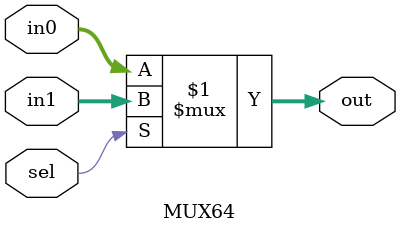
<source format=sv>
module datapath(
    input clk,
    input [31:0] instruction
);

// Module instantiation/connections

//Program Counter Register (holds the address of the next instruction to be executed)
wire pc_enable;
wire [63:0] pc_in;
wire [63:0] pc_out;
assign pc_enable = 1'b1;

vDFFE #(64) PC(
    .clk(clk),
    .en(pc_enable),
    .in(pc_in),
    .out(pc_out)
);

// wire [31:0] instruction;
// InstructionMemory IM(
//     .address(pc_out),
//     .instruction(instruction)
// );

reg [4:0] read_reg1 = instruction[19:15];
reg [4:0] read_reg2 = instruction[24:20];
reg [4:0] write_reg = instruction[11:7];
reg [63:0] read_data1, read_data2;
reg [63:0] imm_out;
reg [63:0] ALU_in2;
reg Branch, MemRead, MemtoReg, MemWrite, ALUsrc, RegWrite;
reg [1:0] ALUop;
reg [63:0] ALU_out;
reg Z;                            //WARNING: Z IS 2 BIT IN ALU, BUT TEXTBOOK USES 1 BIT FOR ZERO FLAG, UPDATE REQUIRED
reg [3:0] ALU_control_out;
reg [63:0] DM_out;
reg [63:0] write_data;
reg [63:0] SLA_out;
reg [63:0] PC_plus_4;
reg MUX64_PC_sel;

regfile REGFILE(
    .write_data(write_data),
    .writenum(write_reg),
    .write(RegWrite),
    .readnum1(read_reg1),
    .readnum2(read_reg2),
    .clk(clk),
    .data_out1(read_data1),
    .data_out2(read_data2)
);

Control CONTROL(instruction, ALUop, Branch, MemRead, MemtoReg, MemWrite, ALUsrc, RegWrite);

ImmGen IMMGEN(instruction, imm_out);

MUX64 MUX64_REG_ALU(
    .in0(read_data2),
    .in1(imm_out),
    .sel(ALUsrc),
    .out(ALU_in2)
);

ALU ALU(read_data1, ALU_in2, ALU_control_out, ALU_out, Z);

ALUcontrol ALUCONTROL(instruction, ALUop, ALU_control_out);

DataMemory DM(
    .clk(clk),
    .address(ALU_out),
    .write_data(read_data2),
    .mem_read(MemRead),
    .mem_write(MemWrite),
    .read_data(DM_out)
);

MUX64 MUX64_DM(
    .in0(ALU_out),
    .in1(DM_out),
    .sel(MemtoReg),
    .out(ALU_in2)
);

MUX64 MUX64_PC(
    .in0(PC_plus_4),
    .in1(SLA_out),
    .sel(MUX64_PC_SEL),
    .out(pc_in)
);

ShiftLeftandAdd SLA(pc_out, imm_out, SLA_out);

assign PC_plus_4 = pc_out + 4;

assign MUX64_PC_sel = Branch & Z;

endmodule

// // Instruction memory module will read a 64bit address (PC) and output the corresponding instruction (RAM)
// module InstructionMemory (
//     input wire [63:0] address,     // Address input
//     output reg [31:0] instruction  // Instruction output
// );

//     // Instruction memory array (stores 1024 32-bit instructions)
//     reg [31:0] memory [0:1023];

    /*
    // Initialize the instruction memory with some values
    initial begin
        $readmemh("instructions.mem", memory);  // Load instructions from a file
    end
    */

//     // Output the instruction at the given address
//     always @(address) begin
//         instruction = memory[address[63:2]];    // Address is byte-aligned, so divide by 4
//     end
// endmodule

// The data memory module supports both read and write operations
// It has separate input ports for address, data to be written, and control signals for reading and writing
module DataMemory (
    input wire clk,                  // Clock signal
    input wire [63:0] address,       // Address input
    input wire [63:0] write_data,    // Data to write
    input wire mem_read,             // Memory read enable
    input wire mem_write,            // Memory write enable
    output reg [63:0] read_data      // Data read output
);

    // Data memory array (stores 1024 64-bit data)
    reg [63:0] memory [0:1023];

    // Read data
    always @(posedge clk) begin
        if (mem_read) begin
            read_data <= memory[address[63:3]];  // Address is byte-aligned, so divide by 8
        end
    end

    // Write data
    always @(posedge clk) begin
        if (mem_write) begin
            memory[address[63:3]] <= write_data;  // Address is byte-aligned, so divide by 8
        end
    end
endmodule

/* Immediate Generation Unit Module

 * Selects a 12-bit field for LOAD, STORE, and BRANCH IF EQUAL that is
 * sign-extended into a 64-bit result as output.

 * LW  = {offset[11:0],               src1[4:0], 3'b000, dest[4:0],      7'b0100000}
 * SW  = {offset[11:5],    src2[4:0], src1[4:0], 3'b000, dest[4:0],      7'b1000000}
 * BEQ = {offset[12,10:5], src2[4:0], src1[4:0], 3'b000, offset[4:1,11], 7'b1100000}
 */

/* Instruction Formats for RISC-V Architecture
 *
 * R-Type Instructions                                      I-Type Instructions
 * |31      25|24  20|19  15|14  12|11   7|6      0|        |31          20|19  15|14  12|11   7|6      0|
 * |  funct7  |  rs2 |  rs1 |func3 |  rd  | opcode |        |    imm[11:0] |  rs1 |func3 |  rd  | opcode |
 * Uses: R-R ops (add, sub, sll ...)                        Uses: Imm ops (addi, lw, srai ...)
 *
 * S-Type Instructions                                      B-Type Instructions
 * |31      25|24  20|19  15|14  12|11   7|6      0|        |31    25|24  20|19  15|14  12|11      7|6     0|
 * | imm[11:5]|  rs2 |  rs1 |func3 |imm[4:0]|opcode|        |imm[12| |  rs2 |  rs1 |func3 |imm[4:1| | opcode|
 * Uses: Store ops (sw, sh ...)                             |  10:5] |      |      |      |     11] |
 *                                                          Uses: Branch ops (beq, bne ...)
 *      
 * U-Type Instructions                                      J-Type Instructions
 * |31              12|11   7|6      0|                     |31             12|11   7|6      0|
 * |      imm[31:12]  |  rd  | opcode |                     |     imm[20|10:1]|  rd  | opcode |
 * Uses: Long jumps and large constants (lui, auipc ...)    |       |11|19:12]|      |        |
 *                                                          Uses: Jump operations (jal ...)
 */
module ImmGen(in, imm_out);
    input       [31:0] in;    // 32-bit Instruction input
    output reg  [63:0] imm_out;     // Sign extended 64-bit immediate 

    always_comb begin
        case(in[6:0])
            7'b1101111: imm_out = { {51{in[31]}}, in[31], in[19:12], in[20], in[30:21], 1'b0}; // J-Type
            7'b1100111: imm_out = { {52{in[31]}}, in[31:20] }; // I-Type
            7'b0100011: imm_out = { {52{in[31]}}, in[31:25], in[11:7] }; // S-type
            7'b1100011: imm_out = { {51{in[31]}}, in[31], in[7], in[30:25], in[11:7], 1'b0 }; // B-Type
            7'b0110111: imm_out = { in[31], in[30:20], in[19:12], 12'b0}; // U-Type
            default: imm_out = 64'b0;
        endcase
    end
endmodule

/* Takes output of ImmGen, shifts by 1, and add to program counter */
module ShiftLeftandAdd(pc64, imm64, out64);
    input [63:0] pc64;
    input [63:0] imm64; // Gets shifted left by 1 and 0 fills in lsb.
    output [63:0] out64;
    wire [64:0] shift_output;
    assign shift_output = {imm64, 1'b0}; // Shift imm64 by 1 and fill lsb with 0.
    assign out64 = pc64 + shift_output[63:0]; // Adds shifted value to pc64.
endmodule

/* ALU Control Module
 *
 * Provides ALU with the right operation by judging 
 * the inputs from the Control Unit and Instructions.
 */
module ALUcontrol(i, ALUop, opout);
    input [31:0] i; // 32-bit instruction input 
    input [1:0] ALUop; // 2-bit ALUop from the Control Module
    output reg [3:0] opout; // 4-bit output towards the ALU
    // opout: AND = 0000, OR  = 0001, add = 0010, sub = 0110
    wire [6:0] funct7;
    wire [2:0] funct3;
    assign funct7 = i[31:25]; // R-Type Instruction format
    assign funct3 = i[14:12];

    always_comb begin
        case({ALUop, funct7, funct3})
            12'b00xxxxxxxxxx: opout = 4'b0010; 
            12'bx1xxxxxxxxxx: opout = 4'b0110;
            12'b1x0000000000: opout = 4'b0010;
            12'b1x0100000000: opout = 4'b0110;
            12'b1x0000000111: opout = 4'b0000;
            12'b1x0000000110: opout = 4'b0001;
            default: opout = 4'bxxxx;
        endcase
    end
endmodule

// Control unit for the datapath (OPCODE --> Control Signals)
module Control(i, ALUop, Branch, MemRead, MemtoReg, MemWrite, ALUsrc, RegWrite);
    input [31:0] i;
    output reg [1:0] ALUop;
    output reg Branch;
    output reg MemRead;
    output reg MemtoReg;
    output reg MemWrite;
    output reg ALUsrc;
    output reg RegWrite;
    reg [7:0] cout = {ALUsrc, MemtoReg, RegWrite, MemRead, MemWrite, Branch, ALUop};
    
    always_comb begin
        case(i[6:0])
            7'b0110011: cout = 8'b00100010; // R-format
            7'b0000011: cout = 8'b11110000; // ld
            7'b0100011: cout = 8'b1x001000; // sd
            7'b1100011: cout = 8'b0x000101; // beq
            default: cout = {8{1'bx}};
        endcase
    end
endmodule   

//register with load enable
module vDFFE(clk, en, in, out);
  parameter n = 1;  // width
  input clk, en ;
  input [n-1:0] in ;
  output reg [n-1:0] out ;
  wire [n-1:0] next_out ;

  assign next_out = en ? in : out;

  always @(posedge clk)
    out = next_out;  
endmodule

/* 64 bit mux */
module MUX64(in0, in1, sel, out);
    input [63:0] in0;
    input [63:0] in1;
    input sel;
    output [63:0] out;

    assign out = sel? in1 : in0;
endmodule
</source>
